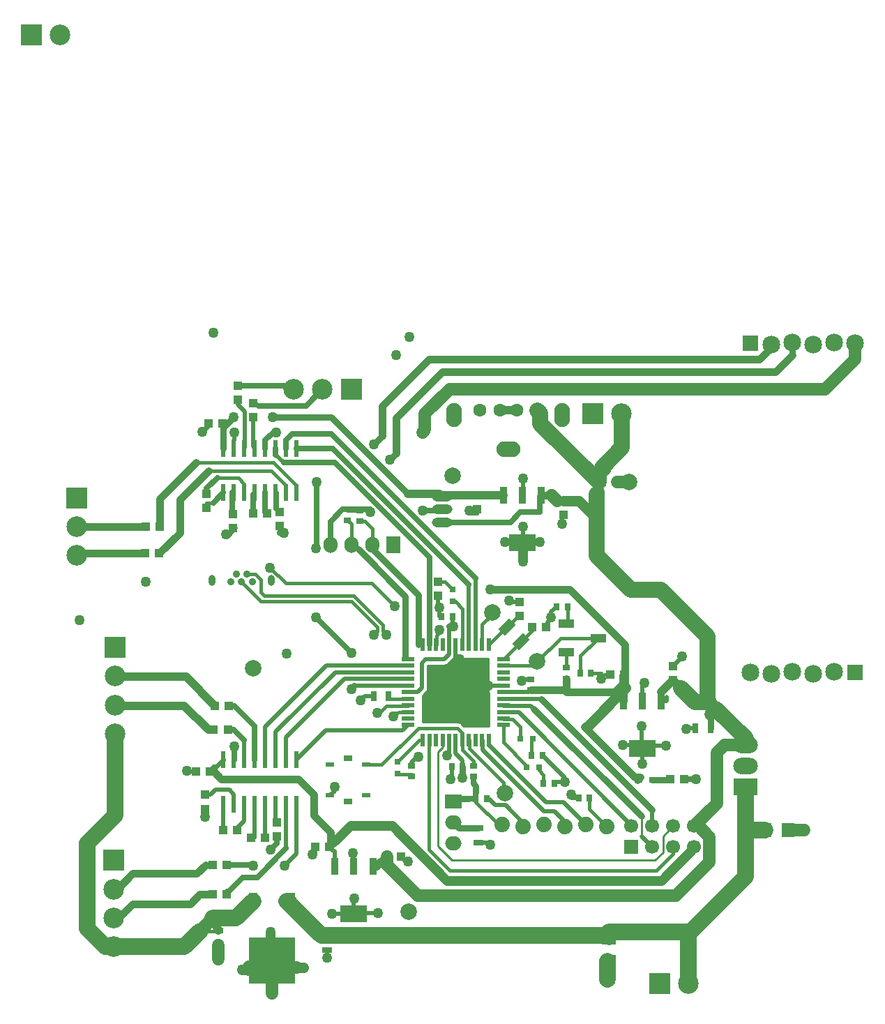
<source format=gtl>
G04 DipTrace 3.3.1.3*
G04 Topsidev0.4d.gtl*
%MOMM*%
G04 #@! TF.FileFunction,Copper,L1,Top*
G04 #@! TF.Part,Single*
%AMOUTLINE0*
4,1,4,
0.35,-0.45,
-0.35,-0.45,
-0.35,0.45,
0.35,0.45,
0.35,-0.45,
0*%
%AMOUTLINE3*
4,1,4,
-0.45,-0.35,
-0.45,0.35,
0.45,0.35,
0.45,-0.35,
-0.45,-0.35,
0*%
%AMOUTLINE6*
4,1,4,
0.9,-0.5,
-0.9,-0.5,
-0.9,0.5,
0.9,0.5,
0.9,-0.5,
0*%
%AMOUTLINE9*
4,1,4,
-1.06067,-0.28283,
0.28283,1.06067,
1.06067,0.28283,
-0.28283,-1.06067,
-1.06067,-0.28283,
0*%
G04 #@! TA.AperFunction,Conductor*
%ADD13C,0.889*%
%ADD14C,0.381*%
%ADD15C,0.254*%
%ADD16C,0.635*%
%ADD17C,0.508*%
%ADD18C,0.5*%
%ADD19C,1.143*%
%ADD20C,1.524*%
%ADD21C,1.6*%
G04 #@! TA.AperFunction,ComponentPad*
%ADD22C,2.0*%
G04 #@! TA.AperFunction,Conductor*
%ADD23C,0.8*%
G04 #@! TA.AperFunction,ViaPad*
%ADD24C,1.27*%
G04 #@! TA.AperFunction,Conductor*
%ADD25C,0.762*%
%ADD26C,0.7*%
%ADD27C,1.016*%
%ADD28C,1.905*%
%ADD29C,1.0*%
%ADD30C,0.95*%
%ADD31C,0.6*%
%ADD32C,2.032*%
G04 #@! TA.AperFunction,CopperBalancing*
%ADD33C,0.29997*%
%ADD38R,1.0X1.1*%
%ADD39R,1.1X1.0*%
%ADD42R,1.2X0.8*%
%ADD43R,0.7X0.9*%
%ADD44R,0.9X0.7*%
%ADD45R,0.8X1.2*%
%ADD46R,1.6X1.8*%
%ADD47R,1.8X1.6*%
%ADD49R,0.8X0.8*%
G04 #@! TA.AperFunction,ComponentPad*
%ADD51O,1.7X2.0*%
%ADD52R,1.7X2.0*%
%ADD54C,2.5*%
%ADD55R,2.5X2.5*%
%ADD57C,1.6*%
%ADD58O,1.9X2.9*%
%ADD59O,2.9X1.9*%
%ADD63C,0.9*%
%ADD64O,0.8X1.35*%
%ADD66O,2.0X1.7*%
%ADD67R,2.0X1.7*%
%ADD70C,1.87967*%
%ADD72R,1.0X0.6*%
%ADD73R,1.0X0.8*%
G04 #@! TA.AperFunction,ComponentPad*
%ADD74R,1.7X1.7*%
%ADD75C,1.7*%
%ADD77R,0.6X2.0*%
%ADD78R,1.5X0.5*%
%ADD79R,0.5X1.5*%
%ADD81R,1.0X2.1*%
%ADD82R,5.55X5.65*%
G04 #@! TA.AperFunction,ComponentPad*
%ADD85R,1.8796X1.8796*%
%ADD86C,2.159*%
%ADD87R,3.0X2.0*%
%ADD88O,3.0X2.0*%
%ADD90R,0.95X2.15*%
%ADD91R,3.25X2.15*%
%ADD93O,2.5X1.2*%
%ADD183OUTLINE0*%
%ADD186OUTLINE3*%
%ADD189OUTLINE6*%
%ADD192OUTLINE9*%
%FSLAX35Y35*%
G04*
G71*
G90*
G75*
G01*
G04 Top*
%LPD*%
X-5010437Y6219453D2*
D13*
X-5845567Y6220187D1*
Y5870187D2*
D14*
X-5818180Y5897573D1*
D13*
X-5014813D1*
X-1566437Y3631577D2*
D14*
X-1573440Y3624573D1*
Y2296577D1*
X-1321190Y2044327D1*
X1187060D1*
X1393433Y2250700D1*
Y2330077D1*
X-1406437Y3631577D2*
D15*
Y3546580D1*
X-1464067Y3488950D1*
Y2345950D1*
X-1289440Y2171323D1*
X1171180D1*
X1270000Y2270143D1*
Y2460643D1*
X1393433Y2584077D1*
X-2864433Y7884503D2*
D16*
X-3065437Y7683500D1*
X-3635373D1*
D14*
X-3704500Y7752627D1*
Y7720873D1*
X-3214433Y7884503D2*
X-3262803Y7932873D1*
D16*
X-3889377D1*
X-3781690Y5648330D2*
D14*
X-3679820D1*
X-3611567Y5580080D1*
Y5421327D1*
X-3571863Y5381623D1*
X-3552433D1*
X-2485747D1*
X-2132790Y5028677D1*
Y4952027D1*
X-2088340Y4907577D1*
X-2002707Y3919640D2*
Y3951733D1*
X-1883187Y3977573D1*
X-1826440D1*
X-1826437Y3971577D1*
X-3846690Y5548330D2*
X-3616483Y5318123D1*
X-3552433D1*
X-2512047D1*
X-2196290Y5002377D1*
Y4952027D1*
X-2240740Y4907577D1*
X-2196290Y3956663D2*
X-2171100D1*
X-2086690Y4041073D1*
X-1883187D1*
X-1826440D1*
X-1826437Y4051577D1*
X-972190Y2382950D2*
D17*
X-829067D1*
Y2361827D1*
X-469567Y5304327D2*
X-595317D1*
Y5326077D1*
X-146440Y4997080D2*
X-134940D1*
Y5056207D1*
X-87317Y5103830D1*
Y5119700D1*
X-333373Y4365623D2*
X-448067D1*
Y4346200D1*
X-1293817Y3309953D2*
Y3151200D1*
X-1309690D1*
X-2243750Y4159250D2*
X-2349520D1*
X-2400690Y4108080D1*
X246560Y2927577D2*
X158750D1*
Y2968623D1*
X-194067Y3441330D2*
X75810Y3171453D1*
Y3123827D1*
X-1326437Y3631577D2*
D18*
Y3441330D1*
X-1352940D1*
X-666437Y4291577D2*
X-851497D1*
X-1246437Y4791577D2*
Y4611703D1*
X-1198567D1*
X-4403000Y3244127D2*
D17*
X-4508500D1*
Y3254373D1*
X-3416690Y2461700D2*
D16*
Y2377703D1*
X-3496067Y2298327D1*
X-4289817Y2795077D2*
D17*
X-4286250D1*
Y2698750D1*
X-3940563Y3393953D2*
X-3937000D1*
D16*
Y3556000D1*
X-3381373Y6227623D2*
D17*
Y6143623D1*
D16*
X-3333750D1*
X-4246567Y7469203D2*
D17*
Y7437450D1*
X-4310063Y7373953D1*
X-4325940D1*
X-3947567Y6204583D2*
X-3917057D1*
X-3993890Y6127750D1*
D16*
X-4032250D1*
X-3940563Y7172207D2*
D17*
Y7267200D1*
X-3937000Y7270763D1*
Y7366000D1*
X1008060Y3802083D2*
Y3523707D1*
X1016183D1*
X1039810Y4325950D2*
X1016183Y4302323D1*
Y4103707D1*
X1555750Y3762373D2*
Y3770333D1*
X1664433D1*
X515933Y4373577D2*
D14*
X563560Y4421203D1*
X631683D1*
X-2492377Y2254250D2*
D17*
X-2483440Y2245313D1*
Y2097577D1*
Y1517577D2*
X-2473443Y1527573D1*
X-2193440D1*
X-2951690Y2330077D2*
Y2238373D1*
X-2984500D1*
X-1913190Y2218950D2*
X-1853240Y2159000D1*
X-1825627D1*
X1500183Y4643453D2*
Y4638827D1*
X1389060Y4527703D1*
X-51190Y3107950D2*
X-35313Y3123827D1*
X75810D1*
X-436377Y6024000D2*
X-428503Y6031873D1*
Y6219250D1*
X-436377Y6604000D2*
X-432877Y6607500D1*
Y6802247D1*
X47623Y6254750D2*
D14*
Y6362373D1*
X59247D1*
X-1079500Y6413500D2*
Y6381750D1*
X-984250D1*
Y6434000D1*
X-1781567Y3317330D2*
D17*
Y3361947D1*
X-1718063Y3425450D1*
X-1702190D1*
X-2749940Y1520450D2*
Y1517577D1*
X-2483440D1*
X-2480067Y1710947D2*
X-2483440D1*
Y1517577D1*
X-650877Y6032500D2*
D14*
X-642377Y6024000D1*
X-436377D1*
D17*
X-222250D1*
Y6032500D1*
X-436377Y6024000D2*
X-428627Y6016250D1*
D19*
Y5794373D1*
X784810Y3567577D2*
D17*
X1016183D1*
Y3523707D1*
X1309683Y3563950D2*
X1016183D1*
Y3523707D1*
X1019560Y3337337D2*
X1016183Y3340713D1*
Y3523707D1*
X-2809877Y1079500D2*
Y984250D1*
X-4127500Y1137623D2*
D20*
Y968373D1*
X-2718190Y3060327D2*
D17*
Y3012697D1*
X-2770687Y2960200D1*
X-2777190D1*
X-1444627Y5238750D2*
Y5124077D1*
X-1416440D1*
X-1460500Y5381623D2*
Y5238750D1*
X-1444627D1*
X394810Y4442947D2*
D14*
X515933D1*
Y4373577D1*
X611183Y944580D2*
D21*
X595310D1*
D22*
Y722330D1*
X-20940Y5249573D2*
D17*
X-87317Y5183197D1*
Y5119700D1*
X725000Y6773377D2*
D23*
X714373Y6762750D1*
D20*
X857250D1*
X2788250Y2540000D2*
X2984500D1*
D24*
D3*
X-3841750Y841373D2*
X-3757617D1*
D20*
Y881077D1*
X-3546817D1*
X-3476440Y951453D1*
X-3095627Y873123D2*
D24*
X-3179767D1*
D20*
X-3398113D1*
X-3476440Y951453D1*
X-3492500Y1301750D2*
D19*
Y967513D1*
X-3476440Y951453D1*
X-3476627Y555623D2*
D20*
X-3476440Y951453D1*
X1529623Y3153500D2*
D16*
X1661250D1*
X1666873Y3159123D1*
X-5397830Y1819590D2*
D14*
X-5355923D1*
D13*
X-5167313Y2008200D1*
X-4389443D1*
X-4282320Y2115323D1*
D14*
X-4193437D1*
X-5397830Y1469590D2*
X-5340803D1*
D13*
X-5167313Y1643080D1*
X-4468817D1*
X-4356570Y1755327D1*
X-4193437D1*
X-666437Y3811577D2*
D14*
X-670317D1*
Y3600073D1*
X-388127Y3317883D1*
Y3302000D1*
X-666437Y3891577D2*
X-662437Y3887577D1*
X-553440D1*
X-459567Y3793703D1*
Y3643330D1*
X-1646437Y3631577D2*
X-1693693D1*
X-1956190Y3369080D1*
X-1166437Y4791577D2*
X-1163440Y4794573D1*
Y5220323D1*
X-1254117Y5311000D1*
X-1285877D1*
X-1166437Y3631577D2*
Y3510573D1*
X-1033440Y3377577D1*
Y3317577D1*
X-2337190Y3330200D2*
X-2146673D1*
X-1702173Y3774700D1*
X-1225930D1*
X-1166437Y3715207D1*
Y3631577D1*
X-666437Y4131577D2*
D17*
X-662360Y4127500D1*
X-206373D1*
D25*
X1139433Y2781693D1*
D17*
Y2584077D1*
X-666437Y4051577D2*
X-662440Y4047580D1*
X-332830D1*
X-298153Y4012903D1*
D25*
X1008060Y2706690D1*
D15*
Y2461450D1*
D17*
X1139433Y2330077D1*
X-3704500Y7550873D2*
Y7190143D1*
X-3686563Y7172207D1*
Y3393953D2*
D16*
Y3797707D1*
X-3933433Y4044577D1*
D17*
X-3999067D1*
X-3813563Y3393953D2*
Y3631823D1*
D16*
X-3940563Y3758823D1*
X-4014937D1*
X-3889377Y7762873D2*
D17*
Y7699377D1*
X-3810000Y7620000D1*
Y7175770D1*
X-3813563Y7172207D1*
X-3947567Y6374583D2*
D14*
X-3957567D1*
D16*
Y6632207D1*
D14*
X-3940563D1*
X-3432563D2*
X-3426317Y6625960D1*
D16*
Y6442563D1*
D14*
X-3381377Y6397623D1*
X-3381373D1*
X-4270377Y6449873D2*
Y6507573D1*
X-4192197D1*
D16*
X-4067563Y6632207D1*
X-4270377Y6619873D2*
Y6683373D1*
X-4141550Y6812200D1*
D14*
X-3887563D1*
X-3813563Y6738200D1*
Y6632207D1*
X-3686563D2*
X-3707567Y6611203D1*
D16*
Y6379577D1*
X-3537567D2*
D14*
X-3559563Y6401573D1*
D16*
Y6632207D1*
X-1956190Y3219080D2*
D14*
Y3214700D1*
X-1781567D1*
Y3187330D1*
X-1285877Y5461000D2*
X-1376500Y5551623D1*
X-1460500D1*
X1138623Y3147623D2*
D23*
X1353750D1*
D26*
X1359623Y3153500D1*
X-1273567Y2631700D2*
D25*
X-1204817Y2562950D1*
X-972190D1*
X-4289817Y2965077D2*
D17*
X-4226313D1*
X-4162817Y3028573D1*
X-3996947D1*
X-3940563Y2972190D1*
Y2853953D1*
X-3416690Y2631700D2*
X-3432563Y2647573D1*
Y2853953D1*
X-4067563D2*
X-4067317Y2536827D1*
X-3897317D2*
Y2563827D1*
X-3813563Y2647580D1*
Y2853953D1*
X-3686563D2*
Y2444750D1*
X-3730627D1*
X-3560627D2*
X-3559563D1*
Y2853953D1*
X-238127Y3302000D2*
D14*
Y3263140D1*
X-181190Y3206203D1*
Y3107950D1*
X-309567Y3643330D2*
X-324067Y3628830D1*
Y3441330D1*
X91683Y5044700D2*
X109060Y5062077D1*
Y5249573D1*
X93187Y4506453D2*
X91683Y4507957D1*
Y4694700D1*
X-681690Y2602970D2*
X-729703D1*
X-1003690Y2876957D1*
Y2917453D1*
X-1033440Y3187577D2*
D26*
Y3104473D1*
D25*
X-1003690Y3074723D1*
Y2990550D1*
D26*
Y2917453D1*
X-1273567Y2885700D2*
D25*
X-1241813Y2917453D1*
X-1086790D1*
D26*
X-1003690D1*
X588310Y2577570D2*
D14*
X376560Y2789320D1*
Y2927577D1*
X-707997Y7635867D2*
D27*
X-507997D1*
X-3305563Y2853953D2*
D17*
Y2314200D1*
D16*
X-3654813Y1964950D1*
X-3829443D1*
X-3992563Y1801830D1*
D17*
X-4023437D1*
Y1755327D1*
X-3178563Y2853953D2*
Y2250700D1*
X-3321437Y2107827D1*
X-3702440D2*
Y2139587D1*
X-3726703Y2115323D1*
D16*
X-4023437D1*
X-3305563Y6632207D2*
D14*
Y6718687D1*
X-3484583Y6897707D1*
X-4246543D1*
D13*
X-4595817Y6548433D1*
Y6146570D1*
X-4844813Y5897573D1*
X-3178563Y6632207D2*
D14*
Y6718687D1*
X-3460753Y7000873D1*
X-4397373D1*
D13*
X-4840437Y6557813D1*
Y6219453D1*
X-846437Y4791577D2*
D14*
X-636297Y5001717D1*
X-627583D1*
X-618043D1*
X-485433Y5134327D1*
X-469567D1*
X-666437Y4611577D2*
X-453073Y4824940D1*
X-450807D1*
X-316440Y4959307D1*
Y4997080D1*
X-3500440Y5722953D2*
X-3309937Y5532450D1*
X-2269313D1*
X-1987940Y5251077D1*
X-1448190Y4965330D2*
Y4933580D1*
X-1479940Y4901830D1*
Y4791577D1*
X-1486437D1*
X-2063750Y4159250D2*
X-2036077Y4131577D1*
X-1826437D1*
X-846437Y3631577D2*
D17*
Y3570573D1*
X-149237Y2873373D1*
X63907D1*
X334310Y2602970D1*
X-926437Y3631577D2*
X-923440Y3628580D1*
Y3511063D1*
X-174627Y2762250D1*
X-47627D1*
X87050Y2627573D1*
X46563D1*
X80310Y2593827D1*
Y2577570D1*
X-5381957Y4405717D2*
D16*
X-5373613Y4397373D1*
D27*
X-4521863D1*
X-4169067Y4044577D1*
X-5381957Y4055717D2*
D16*
Y4048123D1*
D27*
X-4540240D1*
X-4250937Y3758823D1*
D14*
X-4184937D1*
X-666437Y3971577D2*
D17*
X-662437Y3967577D1*
X-483440D1*
X885433Y2598703D1*
Y2584077D1*
X-2257817Y5997203D2*
Y5949580D1*
D25*
X-1698627Y5390390D1*
Y4791577D1*
D17*
X-1646437D1*
X-2413000Y6286500D2*
D14*
X-2349500D1*
X-2257817Y6194817D1*
Y5997203D1*
X2841597Y8458170D2*
D25*
Y8302597D1*
D13*
X2635250Y8096250D1*
X-1412873D1*
X-1968500Y7540623D1*
Y7112000D1*
D25*
X-2047877Y7032623D1*
X-2511817Y5997203D2*
D17*
Y5947580D1*
X-2430440D1*
D25*
X-1857377Y5374517D1*
Y4651373D1*
D17*
Y4611577D1*
X-1826437D1*
X-2559437Y6298830D2*
D14*
X-2511817Y6251210D1*
Y5997203D1*
X2587597Y8432770D2*
D25*
X2622520D1*
D13*
X2444750Y8255000D1*
X-1571623D1*
X-2143127Y7683497D1*
Y7318373D1*
D25*
X-2238377Y7223123D1*
X-666437Y4531577D2*
D14*
X-660437Y4537577D1*
X-304313D1*
X-257567Y4584323D1*
X27810Y4869700D1*
X481683D1*
X264810Y4652827D1*
Y4442947D1*
X-1086437Y3631577D2*
X-1083440Y3628580D1*
Y3527577D1*
X-666750Y3110887D1*
Y2984500D1*
X-650877D1*
X-803440Y5177573D2*
Y5157577D1*
X-926437Y5034580D1*
Y4791577D1*
X-3559563Y3393953D2*
D17*
Y3790560D1*
X-2818547Y4531577D1*
X-1826437D1*
X-3432563Y3393953D2*
Y3727060D1*
X-2708047Y4451577D1*
X-1826437D1*
Y3811577D2*
X-1891513Y3746500D1*
X-2826017D1*
X-3178563Y3393953D1*
X-3305563D2*
Y3663577D1*
X-2597563Y4371577D1*
X-1826437D1*
Y4291577D2*
X-1821110Y4286250D1*
X-2476517D1*
D16*
X-2511817Y4250950D1*
Y4686700D2*
X-2944817Y5119700D1*
Y5961077D2*
X-2936877D1*
Y6762753D1*
X-3429000Y7366000D2*
X-3460763D1*
X-3559563Y7267200D1*
Y7172207D1*
X-3432563D2*
Y7092570D1*
D17*
X-3337317Y6997323D1*
D16*
X-2718187D1*
X-1566437Y5845573D1*
Y4791577D1*
X-3178563Y7172207D2*
X-3173937Y7167580D1*
X-2738453D1*
X-1086437Y5515563D1*
D17*
Y4791577D1*
X-1006437D2*
Y5594310D1*
D16*
X-2754330Y7342203D1*
X-3230563D1*
X-3305563Y7267203D1*
Y7172207D1*
X-2083190Y2218950D2*
D27*
X-2204563Y2097577D1*
D17*
X-2253440D1*
X1647433Y2584077D2*
D20*
X1702190D1*
X1833560Y2452707D1*
Y2151077D1*
X1420810Y1738327D1*
X-1706560D1*
X-2083190Y2114957D1*
Y2218950D1*
X1246183Y4103707D2*
D17*
X1314057D1*
Y4155700D1*
X1389060Y4357703D2*
D27*
X1246183Y4214827D1*
D17*
Y4103707D1*
X2270127Y3571873D2*
D20*
X2016123D1*
X1920873Y3476623D1*
Y2857517D1*
X1647433Y2584077D1*
X2270127Y3571873D2*
Y3651250D1*
D28*
X1909847Y4011530D1*
D20*
X1825627Y4095750D1*
D28*
X1651013D1*
X1481833Y4264930D1*
D29*
X1389060Y4357703D1*
X1844433Y3770333D2*
D23*
Y3946117D1*
D20*
X1909847Y4011530D1*
X1825627Y4095750D2*
X1804750Y4116627D1*
D28*
Y4894500D1*
X1238250Y5461000D1*
X873123D1*
X460373Y5873750D1*
Y6318250D1*
Y6614497D1*
D20*
X485820Y6639943D1*
D23*
Y6714197D1*
X545000Y6773377D1*
X481500D1*
D28*
X-222250Y7477127D1*
Y7600120D1*
X-257997Y7635867D1*
X460373Y6318250D2*
D24*
X246250Y6532373D1*
X59247D1*
D29*
X-11050D1*
D20*
X-82677Y6604000D1*
D30*
X-206377D1*
X-1412877Y6272073D2*
D16*
X-585927D1*
X-460377Y6397623D1*
X-222250D1*
Y6588127D1*
X-206377Y6604000D1*
X768707Y7591983D2*
D28*
Y7182207D1*
X530063Y6943563D1*
X545000Y6928627D1*
D23*
Y6773377D1*
X-2781690Y2330077D2*
D17*
X-2734063Y2282450D1*
X-2713440D1*
Y2097577D1*
X-4067563Y3393953D2*
D31*
X-4160723Y3300793D1*
D16*
X-4176333D1*
X-4233000Y3244127D1*
D13*
X-4180753D1*
X-4095750Y3159123D1*
X-3159127D1*
X-2968627Y2968623D1*
Y2714627D1*
X-2762250Y2508250D1*
Y2349517D1*
X-2781690Y2330077D1*
X1647433D2*
X1663330D1*
D19*
X1254127Y1920873D1*
X-1349377D1*
X-2016127Y2587623D1*
X-2524143D1*
X-2702387Y2409380D1*
D29*
X-2781690Y2330077D1*
X-984250Y6604000D2*
D14*
D3*
D27*
X-666377D1*
X-1412877D1*
D16*
Y6586673D1*
X-4067563Y7172207D2*
D25*
Y7425953D1*
X-3944940Y7548577D1*
X-3468690D2*
X-2754327D1*
X-1825623Y6619873D1*
D27*
X-1446077D1*
D25*
X-1412877Y6586673D1*
X-737987Y6595873D2*
X-666377D1*
Y6604000D1*
X-4076567Y7469203D2*
D14*
Y7172207D1*
X-4067563D1*
X-1286440Y5124077D2*
D17*
Y5052950D1*
X-1326437Y5012953D1*
D18*
Y4791577D1*
X-427690Y2577570D2*
D17*
X-423440D1*
Y2617573D1*
X-643943Y2838077D1*
X-765567D1*
X-844943Y2917453D1*
X-873690D1*
X-1163817Y3309953D2*
Y3387960D1*
D18*
X-1246437Y3470580D1*
Y3631577D1*
X-333373Y4235623D2*
D17*
X-357420Y4211577D1*
X-566040D1*
D18*
X-666437D1*
X801683Y4421203D2*
D16*
X809623Y4413263D1*
D13*
Y4787137D1*
X139310Y5457450D1*
X-829063D1*
X-1273560Y5012953D2*
D16*
X-1326437D1*
X-333373Y4235623D2*
D13*
X93187D1*
D17*
Y4216203D1*
D13*
X660190D1*
D17*
X801683Y4357697D1*
Y4421203D1*
X786183Y4405703D1*
D27*
Y4103707D1*
X93187Y4376453D2*
D13*
Y4235623D1*
X801683Y4421203D2*
D25*
X817560D1*
Y4262437D1*
D24*
X349250Y3794127D1*
X988623Y3147623D2*
D17*
X956877D1*
D13*
X992200Y3182950D1*
X928693D1*
X317517Y3794127D1*
D17*
X349250D1*
X-1163817Y3171910D2*
D25*
Y3309953D1*
X-1826437Y4211577D2*
D18*
X-1709817D1*
D17*
X-1658940Y4262453D1*
Y4564077D1*
X-1611313Y4611703D1*
X-1389063D1*
X-1326437Y4674330D1*
D18*
Y4791577D1*
X-2765817Y5997203D2*
D16*
Y6282953D1*
X-2619940Y6428830D1*
X-2559437D1*
D14*
Y6416500D1*
X-2413000D1*
X-1412877Y6429373D2*
D16*
Y6413500D1*
X-1651000D1*
X-2286000Y6397623D2*
Y6428830D1*
X-2559437D1*
X3603597Y8445450D2*
D20*
Y8254970D1*
X3238500Y7889873D1*
X-1317627D1*
X-1619250Y7588250D1*
Y7397750D1*
X-1651000Y7366000D1*
X-3246440Y1676453D2*
X-3295703D1*
D32*
X-2878750Y1259500D1*
X-2809877D1*
X1579550Y674697D2*
Y1299203D1*
X611183D1*
Y1259500D1*
X-2809877D1*
X2270127Y3063873D2*
Y2632347D1*
Y1968517D1*
X1579550Y1277940D1*
Y674697D1*
X611183Y1224580D2*
D21*
Y1259500D1*
X2508250Y2540000D2*
D32*
X2362473D1*
D20*
X2270127Y2632347D1*
X-5381957Y3705717D2*
D32*
Y2714313D1*
X-5722940Y2373330D1*
Y1341450D1*
X-5501080Y1119590D1*
D20*
X-5397830D1*
D32*
X-4545807D1*
X-4351887Y1313510D1*
D20*
X-4196943Y1468453D1*
D32*
X-3914440D1*
X-3706440Y1676453D1*
D14*
D3*
X-4127500Y1317623D2*
X-4214200Y1313510D1*
X-4351887D1*
X-4127500Y1317623D2*
D27*
X-4196943Y1468453D1*
D24*
X-2088340Y4907577D3*
X-2002707Y3919640D3*
X-2240740Y4907577D3*
X-2196290Y3956663D3*
X-3321437Y2107827D3*
X-3702440D3*
X-3500440Y5722953D3*
X-1987940Y5251077D3*
X-1448190Y4965330D3*
X-2047877Y7032623D3*
X-2238377Y7223123D3*
X-2511817Y4250950D3*
Y4686700D3*
X-2944817Y5119700D3*
Y5961077D3*
X-2936877Y6762753D3*
X-3429000Y7366000D3*
X-3944940Y7548577D3*
X-3468690D3*
X-829063Y5457450D3*
X-1273560Y5012953D3*
X349250Y3794127D3*
X-1163817Y3171910D3*
X-1651000Y6413500D3*
X-2286000Y6397623D3*
X-1651000Y7366000D3*
X-1500190Y3992580D3*
X-1023940D3*
X-1500190Y4452953D3*
X-829067Y2361827D3*
X-595317Y5326077D3*
X-87317Y5119700D3*
X-1444627Y5238750D3*
X-448067Y4346200D3*
X-1309690Y3151200D3*
X-2400690Y4108080D3*
X158750Y2968623D3*
X75810Y3123827D3*
X-428503Y6219250D3*
X-1352940Y3441330D3*
X-851497Y4291577D3*
X-1198567Y4611703D3*
X-4508500Y3254373D3*
X-3496067Y2298327D3*
X-4286250Y2698750D3*
X-3937000Y3556000D3*
X-5818190Y5087953D3*
X-3333750Y6143623D3*
X-4325940Y7373953D3*
X-4032250Y6127750D3*
X-3937000Y7366000D3*
X1008060Y3802083D3*
X1039810Y4325950D3*
X1555750Y3762373D3*
X2984500Y2540000D3*
X515933Y4373577D3*
X-2193440Y1527573D3*
X-2492377Y2254250D3*
X-5008567Y5548330D3*
X-2984500Y2238373D3*
X-1825627Y2159000D3*
X1500183Y4643453D3*
X-3302000Y4683123D3*
X-432877Y6802247D3*
X-1079500Y6413500D3*
X47623Y6254750D3*
X-1702190Y3425450D3*
X-2480067Y1710947D3*
X-650877Y6032500D3*
X-428627Y5794373D3*
X-2749940Y1520450D3*
X-222250Y6032500D3*
X1019560Y3337337D3*
X784810Y3567577D3*
X1309683Y3563950D3*
X-4191000Y8572500D3*
X-1968500Y8302623D3*
X-1809750Y8524873D3*
X-3095627Y873123D3*
X-3841750Y841373D3*
X-2809877Y984250D3*
X-4127500Y968373D3*
X1666873Y3159123D3*
X-2718190Y3060327D3*
X-428503Y6028750D3*
X-3476627Y555623D3*
X-3492500Y1301750D3*
X-1299466Y4582918D2*
D33*
X-851415D1*
X-1329111Y4553255D2*
X-851415D1*
X-1574358Y4523592D2*
X-851415D1*
X-1574358Y4493928D2*
X-851415D1*
X-1574358Y4464265D2*
X-851415D1*
X-1574358Y4434602D2*
X-851415D1*
X-1574358Y4404938D2*
X-851415D1*
X-1574358Y4375275D2*
X-851415D1*
X-1574358Y4345612D2*
X-851415D1*
X-1574358Y4315948D2*
X-851415D1*
X-1574358Y4286285D2*
X-851415D1*
X-1574533Y4256622D2*
X-851415D1*
X-1582443Y4226958D2*
X-851415D1*
X-1605702Y4197295D2*
X-851415D1*
X-1635347Y4167632D2*
X-851415D1*
X-1640913Y4137968D2*
X-851415D1*
X-1640913Y4108305D2*
X-851415D1*
X-1640913Y4078642D2*
X-851415D1*
X-1640913Y4048978D2*
X-851415D1*
X-1640913Y4019315D2*
X-851415D1*
X-1640913Y3989652D2*
X-851415D1*
X-1640913Y3959988D2*
X-851415D1*
X-1640913Y3930325D2*
X-851415D1*
X-1640913Y3900662D2*
X-851415D1*
X-1640913Y3870998D2*
X-851415D1*
X-1187975Y3841335D2*
X-851415D1*
X-1153467Y3811672D2*
X-851415D1*
X-1643996Y3849955D2*
X-1220026Y3849723D1*
X-1208362Y3847876D1*
X-1197131Y3844226D1*
X-1186609Y3838865D1*
X-1177056Y3831924D1*
X-1145996Y3801193D1*
X-848386Y3801202D1*
X-848439Y4612576D1*
X-1272786Y4612581D1*
X-1336065Y4549650D1*
X-1346425Y4542124D1*
X-1357834Y4536310D1*
X-1370013Y4532353D1*
X-1382661Y4530350D1*
X-1434058Y4530098D1*
X-1577304D1*
X-1577587Y4256051D1*
X-1579590Y4243403D1*
X-1583547Y4231224D1*
X-1589360Y4219815D1*
X-1596887Y4209455D1*
X-1633053Y4172934D1*
X-1643955Y4162031D1*
X-1643941Y3849952D1*
D38*
X-3416690Y2631700D3*
Y2461700D3*
X-3381373Y6397623D3*
Y6227623D3*
X-4270373Y6619873D3*
Y6449873D3*
D39*
X-3707567Y6379577D3*
X-3537567D3*
X-4246567Y7469203D3*
X-4076567D3*
D38*
X-3947567Y6374583D3*
Y6204583D3*
D39*
X-3897317Y2536827D3*
X-4067317D3*
X-3730627Y2444750D3*
X-3560627D3*
X-4403000Y3244127D3*
X-4233000D3*
D42*
X-972190Y2562950D3*
Y2382950D3*
D38*
X-4289817Y2965077D3*
Y2795077D3*
X-469567Y5304327D3*
Y5134327D3*
D39*
X-146440Y4997080D3*
X-316440D3*
D43*
X-1416440Y5124077D3*
X-1286440D3*
D44*
X-333373Y4365623D3*
Y4235623D3*
D43*
X-1293817Y3309953D3*
X-1163817D3*
D45*
X-2063750Y4159250D3*
X-2243750D3*
D46*
X2508250Y2540000D3*
X2788250D3*
D45*
X1844433Y3770333D3*
X1664433D3*
D39*
X-2083190Y2218950D3*
X-1913190D3*
D38*
X1389060Y4357703D3*
Y4527703D3*
D39*
X801683Y4421203D3*
X631683D3*
X-2781690Y2330077D3*
X-2951690D3*
D38*
X59247Y6532373D3*
Y6362373D3*
X-984250Y6604000D3*
Y6434000D3*
D42*
X-4127500Y1317623D3*
Y1137623D3*
X-2809877Y1079500D3*
Y1259500D3*
D45*
X545000Y6773377D3*
X725000D3*
D47*
X611183Y1224580D3*
Y944580D3*
D22*
X-1817690Y1547827D3*
X595310Y722330D3*
X857250Y6762750D3*
X-3706817Y4500577D3*
X-1285877Y6842123D3*
D49*
X-1956190Y3219080D3*
Y3369080D3*
D51*
X-2765817Y5997203D3*
X-2511817D3*
X-2257817D3*
D52*
X-2003817D3*
D54*
X1579550Y674697D3*
D55*
X1229550D3*
D57*
X-507997Y7635867D3*
X-707997D3*
X-257997D3*
X-957997D3*
D58*
X49003Y7575867D3*
D59*
X-607997Y7157867D3*
D58*
X-1264997Y7575867D3*
D54*
X-5381957Y3705717D3*
Y4055717D3*
Y4405717D3*
D55*
Y4755717D3*
D54*
X-5397830Y1119590D3*
Y1469590D3*
Y1819590D3*
D55*
Y2169590D3*
D54*
X-3214433Y7884503D3*
X-2864433D3*
D55*
X-2514433D3*
D63*
X-3976690Y5548333D3*
D64*
X-3489190Y5570333D3*
D63*
X-3781690Y5648333D3*
X-3846690Y5548333D3*
X-3716690D3*
X-3911690Y5648333D3*
D64*
X-4203690Y5570333D3*
D66*
X-1273567Y2377700D3*
Y2631700D3*
D67*
Y2885700D3*
D70*
X588310Y2577570D3*
X334310Y2602970D3*
X80310Y2577570D3*
X-173690Y2602970D3*
X-427690Y2577570D3*
X-681690Y2602970D3*
D54*
X-5845567Y5870187D3*
Y6220187D3*
D55*
Y6570187D3*
D38*
X-3889377Y7762873D3*
Y7932873D3*
X-3704500Y7550873D3*
Y7720873D3*
D39*
X-4014937Y3758823D3*
X-4184937D3*
X-3999067Y4044577D3*
X-4169067D3*
X-4023437Y1755327D3*
X-4193437D3*
X-4023437Y2115323D3*
X-4193437D3*
X-4844813Y5897573D3*
X-5014813D3*
X-4840437Y6219453D3*
X-5010437D3*
D49*
X-1285877Y5461000D3*
Y5311000D3*
X1138623Y3147627D3*
X988623D3*
X-309567Y3643330D3*
X-459567D3*
D54*
X768707Y7591983D3*
D55*
X418707D3*
D43*
X-1003690Y2917453D3*
X-873690D3*
D44*
X-1033440Y3317577D3*
Y3187577D3*
D43*
X246560Y2927577D3*
X376560D3*
X-194067Y3441330D3*
X-324067D3*
X-51190Y3107950D3*
X-181190D3*
D44*
X-2559437Y6298830D3*
Y6428830D3*
X-2413000Y6286500D3*
Y6416500D3*
D38*
X-1460500Y5381623D3*
Y5551623D3*
D44*
X-1781567Y3317330D3*
Y3187330D3*
D39*
X1529623Y3153500D3*
X1359623D3*
D183*
X-20940Y5249573D3*
X109060D3*
D186*
X93187Y4376453D3*
Y4506453D3*
D43*
X394810Y4442947D3*
X264810D3*
D72*
X-2337190Y3330200D3*
X-2777190D3*
Y2960200D3*
X-2337190D3*
D73*
X-2557190Y3405200D3*
Y2885200D3*
D189*
X91683Y5044700D3*
X481683Y4869700D3*
X91683Y4694700D3*
D49*
X-238127Y3302000D3*
X-388127D3*
D54*
X-6048387Y12191993D3*
D55*
X-6398387D3*
D74*
X885433Y2330077D3*
D75*
Y2584077D3*
X1139433Y2330077D3*
Y2584077D3*
X1393433Y2330077D3*
Y2584077D3*
X1647433Y2330077D3*
Y2584077D3*
D22*
X-650877Y2984500D3*
X-257567Y4584323D3*
X-803440Y5177573D3*
D77*
X-4067563Y6632207D3*
X-3940563D3*
X-3813563D3*
X-3686563D3*
X-3559563D3*
X-3432563D3*
X-3305563D3*
X-3178563D3*
Y7172207D3*
X-3305563D3*
X-3432563D3*
X-3559563D3*
X-3686563D3*
X-3813563D3*
X-3940563D3*
X-4067563D3*
Y2853953D3*
X-3940563D3*
X-3813563D3*
X-3686563D3*
X-3559563D3*
X-3432563D3*
X-3305563D3*
X-3178563D3*
Y3393953D3*
X-3305563D3*
X-3432563D3*
X-3559563D3*
X-3686563D3*
X-3813563D3*
X-3940563D3*
X-4067563D3*
D78*
X-1826437Y4611577D3*
Y4531577D3*
Y4451577D3*
Y4371577D3*
Y4291577D3*
Y4211577D3*
Y4131577D3*
Y4051577D3*
Y3971577D3*
Y3891577D3*
Y3811577D3*
D79*
X-1646437Y3631577D3*
X-1566437D3*
X-1486437D3*
X-1406437D3*
X-1326437D3*
X-1246437D3*
X-1166437D3*
X-1086437D3*
X-1006437D3*
X-926437D3*
X-846437D3*
D78*
X-666437Y3811577D3*
Y3891577D3*
Y3971577D3*
Y4051577D3*
Y4131577D3*
Y4211577D3*
Y4291577D3*
Y4371577D3*
Y4451577D3*
Y4531577D3*
Y4611577D3*
D79*
X-846437Y4791577D3*
X-926437D3*
X-1006437D3*
X-1086437D3*
X-1166437D3*
X-1246437D3*
X-1326437D3*
X-1406437D3*
X-1486437D3*
X-1566437D3*
X-1646437D3*
D81*
X-3246440Y1676453D3*
X-3706440D3*
D82*
X-3476440Y951453D3*
D85*
X2333626Y8445491D3*
D86*
X2587596Y8432811D3*
X2841596Y8458211D3*
X3095596Y8432811D3*
X3349596Y8458211D3*
X3603596Y8445491D3*
D85*
X3601396Y4447911D3*
D86*
X3347496Y4460611D3*
X3093496Y4435211D3*
X2839496Y4460611D3*
X2585496Y4435211D3*
X2331466Y4447911D3*
D87*
X2270127Y3063873D3*
D88*
Y3317873D3*
Y3571873D3*
D90*
X1246183Y4103707D3*
X1016183D3*
X786183D3*
D91*
X1016183Y3523707D3*
D90*
X-2253440Y2097577D3*
X-2483440D3*
X-2713440D3*
D91*
X-2483440Y1517577D3*
D93*
X-1412877Y6429373D3*
Y6272073D3*
Y6586673D3*
D90*
X-206377Y6604000D3*
X-436377D3*
X-666377D3*
D91*
X-436377Y6024000D3*
D192*
X-627583Y5001717D3*
X-450807Y4824940D3*
M02*

</source>
